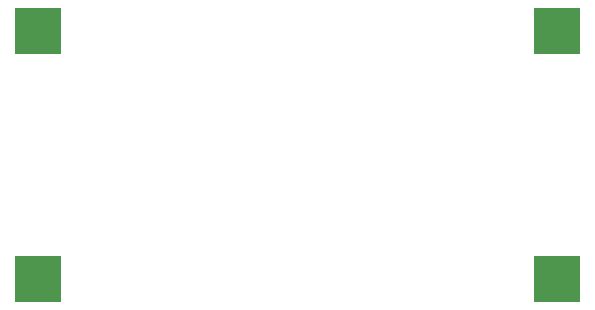
<source format=gtp>
G04 #@! TF.GenerationSoftware,KiCad,Pcbnew,(6.0.1)*
G04 #@! TF.CreationDate,2023-03-04T18:11:18-05:00*
G04 #@! TF.ProjectId,InterfaceModule,496e7465-7266-4616-9365-4d6f64756c65,rev?*
G04 #@! TF.SameCoordinates,Original*
G04 #@! TF.FileFunction,Paste,Top*
G04 #@! TF.FilePolarity,Positive*
%FSLAX46Y46*%
G04 Gerber Fmt 4.6, Leading zero omitted, Abs format (unit mm)*
G04 Created by KiCad (PCBNEW (6.0.1)) date 2023-03-04 18:11:18*
%MOMM*%
%LPD*%
G01*
G04 APERTURE LIST*
%ADD10R,4.000000X4.000000*%
G04 APERTURE END LIST*
D10*
X40000001Y-62262500D03*
X40000001Y-83262500D03*
X84000001Y-62262500D03*
X84000001Y-83262500D03*
M02*

</source>
